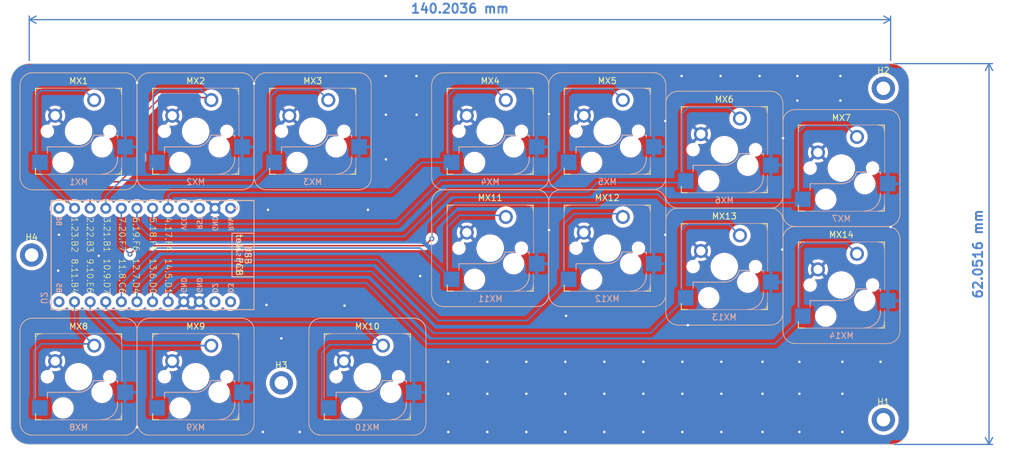
<source format=kicad_pcb>
(kicad_pcb (version 20221018) (generator pcbnew)
  (layers (0 "F.Cu" signal) (31 "B.Cu" signal) (34 "B.Paste" user) (35 "F.Paste" user) (36 "B.SilkS" user "B.Silkscreen") (37 "F.SilkS" user "F.Silkscreen") (38 "B.Mask" user) (39 "F.Mask" user) (44 "Edge.Cuts" user))
  (net 0 "")
  (net 1 "MX1")
  (net 2 "GND")
  (net 3 "MX2")
  (net 4 "MX3")
  (net 5 "MX4")
  (net 6 "MX5")
  (net 7 "MX7")
  (net 8 "MX8")
  (net 9 "MX9")
  (net 10 "MX10")
  (net 11 "MX11")
  (net 12 "MX12")
  (net 13 "MX13")
  (net 14 "MX14")
  (net 22 "MX6")
  (footprint "MountingHole:MountingHole_2.2mm_M2_DIN965_Pad" (layer "F.Cu") (at 78.359 74.168)
    (fp_text reference "H4" (at 0 -2.9) (layer "F.SilkS"))
    (fp_text value "MountingHole")
    (pad "1" thru_hole circle (at 0 0) (size 3.8 3.8) (drill 2.2) (layers "*.Cu" "*.Mask"))
  )
  (footprint "MountingHole:MountingHole_2.2mm_M2_DIN965_Pad" (layer "F.Cu") (at 217 47)
    (fp_text reference "H2" (at 0 -2.9) (layer "F.SilkS"))
    (fp_text value "MountingHole")
    (pad "1" thru_hole circle (at 0 0) (size 3.8 3.8) (drill 2.2) (layers "*.Cu" "*.Mask"))
  )
  (footprint "MountingHole:MountingHole_2.2mm_M2_DIN965_Pad" (layer "F.Cu") (at 119 95)
    (fp_text reference "H3" (at 0 -2.9) (layer "F.SilkS"))
    (fp_text value "MountingHole")
    (pad "1" thru_hole circle (at 0 0) (size 3.8 3.8) (drill 2.2) (layers "*.Cu" "*.Mask"))
  )
  (footprint "Fight Stick 2:MX_optional" (layer "F.Cu") (at 210.157835 79.050995)
    (fp_text reference "MX14" (at 0 -8.2) (layer "F.SilkS"))
    (fp_text value "MX_SW_HS")
    (fp_text user "${REFERENCE}" (at 0 8.25) (layer "B.SilkS") (effects (justify mirror)))
    (pad "" np_thru_hole circle (at -5.08 0) (size 1.7018 1.7018) (drill 1.7018) (layers "*.Cu" "*.Mask"))
    (pad "" np_thru_hole circle (at -2.54 5.08) (size 3 3) (drill 3) (layers "*.Cu" "*.Mask"))
    (pad "" np_thru_hole circle (at 0 0) (size 3.9878 3.9878) (drill 3.9878) (layers "*.Cu" "*.Mask"))
    (pad "" np_thru_hole circle (at 3.81 2.54) (size 3 3) (drill 3) (layers "*.Cu" "*.Mask"))
    (pad "" np_thru_hole circle (at 5.08 0) (size 1.7018 1.7018) (drill 1.7018) (layers "*.Cu" "*.Mask"))
    (pad "1" smd rect (at -6.29 5.08) (size 2.55 2.5) (layers "B.Cu" "B.Paste" "B.Mask") (net 14 "MX14"))
    (pad "1" thru_hole circle (at 2.54 -5.08) (size 2.286 2.286) (drill 1.4986) (layers "*.Cu" "*.Mask") (net 14 "MX14"))
    (pad "2" thru_hole circle (at -3.81 -2.54) (size 2.286 2.286) (drill 1.4986) (layers "*.Cu" "*.Mask") (net 2 "GND"))
    (pad "2" smd rect (at 7.56 2.54) (size 2.55 2.5) (layers "B.Cu" "B.Paste" "B.Mask") (net 2 "GND"))
  )
  (footprint "MountingHole:MountingHole_2.2mm_M2_DIN965_Pad" (layer "F.Cu") (at 217 101)
    (fp_text reference "H1" (at 0 -2.9) (layer "F.SilkS"))
    (fp_text value "MountingHole")
    (pad "1" thru_hole circle (at 0 0) (size 3.8 3.8) (drill 2.2) (layers "*.Cu" "*.Mask"))
  )
  (footprint "Fight Stick 2:MX_optional" (layer "F.Cu") (at 191.10569 57)
    (fp_text reference "MX6" (at 0 -8.2) (layer "F.SilkS"))
    (fp_text value "MX_SW_HS")
    (fp_text user "${REFERENCE}" (at 0 8.25) (layer "B.SilkS") (effects (justify mirror)))
    (pad "" np_thru_hole circle (at -5.08 0) (size 1.7018 1.7018) (drill 1.7018) (layers "*.Cu" "*.Mask"))
    (pad "" np_thru_hole circle (at -2.54 5.08) (size 3 3) (drill 3) (layers "*.Cu" "*.Mask"))
    (pad "" np_thru_hole circle (at 0 0) (size 3.9878 3.9878) (drill 3.9878) (layers "*.Cu" "*.Mask"))
    (pad "" np_thru_hole circle (at 3.81 2.54) (size 3 3) (drill 3) (layers "*.Cu" "*.Mask"))
    (pad "" np_thru_hole circle (at 5.08 0) (size 1.7018 1.7018) (drill 1.7018) (layers "*.Cu" "*.Mask"))
    (pad "1" smd rect (at -6.29 5.08) (size 2.55 2.5) (layers "B.Cu" "B.Paste" "B.Mask") (net 22 "MX6"))
    (pad "1" thru_hole circle (at 2.54 -5.08) (size 2.286 2.286) (drill 1.4986) (layers "*.Cu" "*.Mask") (net 22 "MX6"))
    (pad "2" thru_hole circle (at -3.81 -2.54) (size 2.286 2.286) (drill 1.4986) (layers "*.Cu" "*.Mask") (net 2 "GND"))
    (pad "2" smd rect (at 7.56 2.54) (size 2.55 2.5) (layers "B.Cu" "B.Paste" "B.Mask") (net 2 "GND"))
  )
  (footprint "Fight Stick 2:MX_optional" (layer "F.Cu") (at 172.053545 53.990872)
    (fp_text reference "MX5" (at 0 -8.2) (layer "F.SilkS"))
    (fp_text value "MX_SW_HS")
    (fp_text user "${REFERENCE}" (at 0 8.25) (layer "B.SilkS") (effects (justify mirror)))
    (pad "" np_thru_hole circle (at -5.08 0) (size 1.7018 1.7018) (drill 1.7018) (layers "*.Cu" "*.Mask"))
    (pad "" np_thru_hole circle (at -2.54 5.08) (size 3 3) (drill 3) (layers "*.Cu" "*.Mask"))
    (pad "" np_thru_hole circle (at 0 0) (size 3.9878 3.9878) (drill 3.9878) (layers "*.Cu" "*.Mask"))
    (pad "" np_thru_hole circle (at 3.81 2.54) (size 3 3) (drill 3) (layers "*.Cu" "*.Mask"))
    (pad "" np_thru_hole circle (at 5.08 0) (size 1.7018 1.7018) (drill 1.7018) (layers "*.Cu" "*.Mask"))
    (pad "1" smd rect (at -6.29 5.08) (size 2.55 2.5) (layers "B.Cu" "B.Paste" "B.Mask") (net 6 "MX5"))
    (pad "1" thru_hole circle (at 2.54 -5.08) (size 2.286 2.286) (drill 1.4986) (layers "*.Cu" "*.Mask") (net 6 "MX5"))
    (pad "2" thru_hole circle (at -3.81 -2.54) (size 2.286 2.286) (drill 1.4986) (layers "*.Cu" "*.Mask") (net 2 "GND"))
    (pad "2" smd rect (at 7.56 2.54) (size 2.55 2.5) (layers "B.Cu" "B.Paste" "B.Mask") (net 2 "GND"))
  )
  (footprint "Fight Stick 2:MX_optional" (layer "F.Cu") (at 210.157835 60)
    (fp_text reference "MX7" (at 0 -8.2) (layer "F.SilkS"))
    (fp_text value "MX_SW_HS")
    (fp_text user "${REFERENCE}" (at 0 8.25) (layer "B.SilkS") (effects (justify mirror)))
    (pad "" np_thru_hole circle (at -5.08 0) (size 1.7018 1.7018) (drill 1.7018) (layers "*.Cu" "*.Mask"))
    (pad "" np_thru_hole circle (at -2.54 5.08) (size 3 3) (drill 3) (layers "*.Cu" "*.Mask"))
    (pad "" np_thru_hole circle (at 0 0) (size 3.9878 3.9878) (drill 3.9878) (layers "*.Cu" "*.Mask"))
    (pad "" np_thru_hole circle (at 3.81 2.54) (size 3 3) (drill 3) (layers "*.Cu" "*.Mask"))
    (pad "" np_thru_hole circle (at 5.08 0) (size 1.7018 1.7018) (drill 1.7018) (layers "*.Cu" "*.Mask"))
    (pad "1" smd rect (at -6.29 5.08) (size 2.55 2.5) (layers "B.Cu" "B.Paste" "B.Mask") (net 7 "MX7"))
    (pad "1" thru_hole circle (at 2.54 -5.08) (size 2.286 2.286) (drill 1.4986) (layers "*.Cu" "*.Mask") (net 7 "MX7"))
    (pad "2" thru_hole circle (at -3.81 -2.54) (size 2.286 2.286) (drill 1.4986) (layers "*.Cu" "*.Mask") (net 2 "GND"))
    (pad "2" smd rect (at 7.56 2.54) (size 2.55 2.5) (layers "B.Cu" "B.Paste" "B.Mask") (net 2 "GND"))
  )
  (footprint "Fight Stick 2:MX_optional" (layer "F.Cu") (at 86 54)
    (fp_text reference "MX1" (at 0 -8.2) (layer "F.SilkS"))
    (fp_text value "MX_SW_HS")
    (fp_text user "${REFERENCE}" (at 0 8.25) (layer "B.SilkS") (effects (justify mirror)))
    (pad "" np_thru_hole circle (at -5.08 0) (size 1.7018 1.7018) (drill 1.7018) (layers "*.Cu" "*.Mask"))
    (pad "" np_thru_hole circle (at -2.54 5.08) (size 3 3) (drill 3) (layers "*.Cu" "*.Mask"))
    (pad "" np_thru_hole circle (at 0 0) (size 3.9878 3.9878) (drill 3.9878) (layers "*.Cu" "*.Mask"))
    (pad "" np_thru_hole circle (at 3.81 2.54) (size 3 3) (drill 3) (layers "*.Cu" "*.Mask"))
    (pad "" np_thru_hole circle (at 5.08 0) (size 1.7018 1.7018) (drill 1.7018) (layers "*.Cu" "*.Mask"))
    (pad "1" smd rect (at -6.29 5.08) (size 2.55 2.5) (layers "B.Cu" "B.Paste" "B.Mask") (net 1 "MX1"))
    (pad "1" thru_hole circle (at 2.54 -5.08) (size 2.286 2.286) (drill 1.4986) (layers "*.Cu" "*.Mask") (net 1 "MX1"))
    (pad "2" thru_hole circle (at -3.81 -2.54) (size 2.286 2.286) (drill 1.4986) (layers "*.Cu" "*.Mask") (net 2 "GND"))
    (pad "2" smd rect (at 7.56 2.54) (size 2.55 2.5) (layers "B.Cu" "B.Paste" "B.Mask") (net 2 "GND"))
  )
  (footprint "Fight Stick 2:MX_optional" (layer "F.Cu") (at 124.110687 54)
    (fp_text reference "MX3" (at 0 -8.2) (layer "F.SilkS"))
    (fp_text value "MX_SW_HS")
    (fp_text user "${REFERENCE}" (at 0 8.25) (layer "B.SilkS") (effects (justify mirror)))
    (pad "" np_thru_hole circle (at -5.08 0) (size 1.7018 1.7018) (drill 1.7018) (layers "*.Cu" "*.Mask"))
    (pad "" np_thru_hole circle (at -2.54 5.08) (size 3 3) (drill 3) (layers "*.Cu" "*.Mask"))
    (pad "" np_thru_hole circle (at 0 0) (size 3.9878 3.9878) (drill 3.9878) (layers "*.Cu" "*.Mask"))
    (pad "" np_thru_hole circle (at 3.81 2.54) (size 3 3) (drill 3) (layers "*.Cu" "*.Mask"))
    (pad "" np_thru_hole circle (at 5.08 0) (size 1.7018 1.7018) (drill 1.7018) (layers "*.Cu" "*.Mask"))
    (pad "1" smd rect (at -6.29 5.08) (size 2.55 2.5) (layers "B.Cu" "B.Paste" "B.Mask") (net 4 "MX3"))
    (pad "1" thru_hole circle (at 2.54 -5.08) (size 2.286 2.286) (drill 1.4986) (layers "*.Cu" "*.Mask") (net 4 "MX3"))
    (pad "2" thru_hole circle (at -3.81 -2.54) (size 2.286 2.286) (drill 1.4986) (layers "*.Cu" "*.Mask") (net 2 "GND"))
    (pad "2" smd rect (at 7.56 2.54) (size 2.55 2.5) (layers "B.Cu" "B.Paste" "B.Mask") (net 2 "GND"))
  )
  (footprint "Fight Stick 2:MX_optional" (layer "F.Cu") (at 153 73.043303)
    (fp_text reference "MX11" (at 0 -8.2) (layer "F.SilkS"))
    (fp_text value "MX_SW_HS")
    (fp_text user "${REFERENCE}" (at 0 8.25) (layer "B.SilkS") (effects (justify mirror)))
    (pad "" np_thru_hole circle (at -5.08 0) (size 1.7018 1.7018) (drill 1.7018) (layers "*.Cu" "*.Mask"))
    (pad "" np_thru_hole circle (at -2.54 5.08) (size 3 3) (drill 3) (layers "*.Cu" "*.Mask"))
    (pad "" np_thru_hole circle (at 0 0) (size 3.9878 3.9878) (drill 3.9878) (layers "*.Cu" "*.Mask"))
    (pad "" np_thru_hole circle (at 3.81 2.54) (size 3 3) (drill 3) (layers "*.Cu" "*.Mask"))
    (pad "" np_thru_hole circle (at 5.08 0) (size 1.7018 1.7018) (drill 1.7018) (layers "*.Cu" "*.Mask"))
    (pad "1" smd rect (at -6.29 5.08) (size 2.55 2.5) (layers "B.Cu" "B.Paste" "B.Mask") (net 11 "MX11"))
    (pad "1" thru_hole circle (at 2.54 -5.08) (size 2.286 2.286) (drill 1.4986) (layers "*.Cu" "*.Mask") (net 11 "MX11"))
    (pad "2" thru_hole circle (at -3.81 -2.54) (size 2.286 2.286) (drill 1.4986) (layers "*.Cu" "*.Mask") (net 2 "GND"))
    (pad "2" smd rect (at 7.56 2.54) (size 2.55 2.5) (layers "B.Cu" "B.Paste" "B.Mask") (net 2 "GND"))
  )
  (footprint "Fight Stick 2:MX_optional" (layer "F.Cu") (at 133 94)
    (fp_text reference "MX10" (at 0 -8.2) (layer "F.SilkS"))
    (fp_text value "MX_SW_HS")
    (fp_text user "${REFERENCE}" (at 0 8.25) (layer "B.SilkS") (effects (justify mirror)))
    (pad "" np_thru_hole circle (at -5.08 0) (size 1.7018 1.7018) (drill 1.7018) (layers "*.Cu" "*.Mask"))
    (pad "" np_thru_hole circle (at -2.54 5.08) (size 3 3) (drill 3) (layers "*.Cu" "*.Mask"))
    (pad "" np_thru_hole circle (at 0 0) (size 3.9878 3.9878) (drill 3.9878) (layers "*.Cu" "*.Mask"))
    (pad "" np_thru_hole circle (at 3.81 2.54) (size 3 3) (drill 3) (layers "*.Cu" "*.Mask"))
    (pad "" np_thru_hole circle (at 5.08 0) (size 1.7018 1.7018) (drill 1.7018) (layers "*.Cu" "*.Mask"))
    (pad "1" smd rect (at -6.29 5.08) (size 2.55 2.5) (layers "B.Cu" "B.Paste" "B.Mask") (net 10 "MX10"))
    (pad "1" thru_hole circle (at 2.54 -5.08) (size 2.286 2.286) (drill 1.4986) (layers "*.Cu" "*.Mask") (net 10 "MX10"))
    (pad "2" thru_hole circle (at -3.81 -2.54) (size 2.286 2.286) (drill 1.4986) (layers "*.Cu" "*.Mask") (net 2 "GND"))
    (pad "2" smd rect (at 7.56 2.54) (size 2.55 2.5) (layers "B.Cu" "B.Paste" "B.Mask") (net 2 "GND"))
  )
  (footprint "Fight Stick 2:MX_optional" (layer "F.Cu") (at 172.053545 73.043017)
    (fp_text reference "MX12" (at 0 -8.2) (layer "F.SilkS"))
    (fp_text value "MX_SW_HS")
    (fp_text user "${REFERENCE}" (at 0 8.25) (layer "B.SilkS") (effects (justify mirror)))
    (pad "" np_thru_hole circle (at -5.08 0) (size 1.7018 1.7018) (drill 1.7018) (layers "*.Cu" "*.Mask"))
    (pad "" np_thru_hole circle (at -2.54 5.08) (size 3 3) (drill 3) (layers "*.Cu" "*.Mask"))
    (pad "" np_thru_hole circle (at 0 0) (size 3.9878 3.9878) (drill 3.9878) (layers "*.Cu" "*.Mask"))
    (pad "" np_thru_hole circle (at 3.81 2.54) (size 3 3) (drill 3) (layers "*.Cu" "*.Mask"))
    (pad "" np_thru_hole circle (at 5.08 0) (size 1.7018 1.7018) (drill 1.7018) (layers "*.Cu" "*.Mask"))
    (pad "1" smd rect (at -6.29 5.08) (size 2.55 2.5) (layers "B.Cu" "B.Paste" "B.Mask") (net 12 "MX12"))
    (pad "1" thru_hole circle (at 2.54 -5.08) (size 2.286 2.286) (drill 1.4986) (layers "*.Cu" "*.Mask") (net 12 "MX12"))
    (pad "2" thru_hole circle (at -3.81 -2.54) (size 2.286 2.286) (drill 1.4986) (layers "*.Cu" "*.Mask") (net 2 "GND"))
    (pad "2" smd rect (at 7.56 2.54) (size 2.55 2.5) (layers "B.Cu" "B.Paste" "B.Mask") (net 2 "GND"))
  )
  (footprint "Fight Stick 2:MX_optional" (layer "F.Cu") (at 86 94)
    (fp_text reference "MX8" (at 0 -8.2) (layer "F.SilkS"))
    (fp_text value "MX_SW_HS")
    (fp_text user "${REFERENCE}" (at 0 8.25) (layer "B.SilkS") (effects (justify mirror)))
    (pad "" np_thru_hole circle (at -5.08 0) (size 1.7018 1.7018) (drill 1.7018) (layers "*.Cu" "*.Mask"))
    (pad "" np_thru_hole circle (at -2.54 5.08) (size 3 3) (drill 3) (layers "*.Cu" "*.Mask"))
    (pad "" np_thru_hole circle (at 0 0) (size 3.9878 3.9878) (drill 3.9878) (layers "*.Cu" "*.Mask"))
    (pad "" np_thru_hole circle (at 3.81 2.54) (size 3 3) (drill 3) (layers "*.Cu" "*.Mask"))
    (pad "" np_thru_hole circle (at 5.08 0) (size 1.7018 1.7018) (drill 1.7018) (layers "*.Cu" "*.Mask"))
    (pad "1" smd rect (at -6.29 5.08) (size 2.55 2.5) (layers "B.Cu" "B.Paste" "B.Mask") (net 8 "MX8"))
    (pad "1" thru_hole circle (at 2.54 -5.08) (size 2.286 2.286) (drill 1.4986) (layers "*.Cu" "*.Mask") (net 8 "MX8"))
    (pad "2" thru_hole circle (at -3.81 -2.54) (size 2.286 2.286) (drill 1.4986) (layers "*.Cu" "*.Mask") (net 2 "GND"))
    (pad "2" smd rect (at 7.56 2.54) (size 2.55 2.5) (layers "B.Cu" "B.Paste" "B.Mask") (net 2 "GND"))
  )
  (footprint "Fight Stick 2:MX_optional" (layer "F.Cu") (at 105.058542 94)
    (fp_text reference "MX9" (at 0 -8.2) (layer "F.SilkS"))
    (fp_text value "MX_SW_HS")
    (fp_text user "${REFERENCE}" (at 0 8.25) (layer "B.SilkS") (effects (justify mirror)))
    (pad "" np_thru_hole circle (at -5.08 0) (size 1.7018 1.7018) (drill 1.7018) (layers "*.Cu" "*.Mask"))
    (pad "" np_thru_hole circle (at -2.54 5.08) (size 3 3) (drill 3) (layers "*.Cu" "*.Mask"))
    (pad "" np_thru_hole circle (at 0 0) (size 3.9878 3.9878) (drill 3.9878) (layers "*.Cu" "*.Mask"))
    (pad "" np_thru_hole circle (at 3.81 2.54) (size 3 3) (drill 3) (layers "*.Cu" "*.Mask"))
    (pad "" np_thru_hole circle (at 5.08 0) (size 1.7018 1.7018) (drill 1.7018) (layers "*.Cu" "*.Mask"))
    (pad "1" smd rect (at -6.29 5.08) (size 2.55 2.5) (layers "B.Cu" "B.Paste" "B.Mask") (net 9 "MX9"))
    (pad "1" thru_hole circle (at 2.54 -5.08) (size 2.286 2.286) (drill 1.4986) (layers "*.Cu" "*.Mask") (net 9 "MX9"))
    (pad "2" thru_hole circle (at -3.81 -2.54) (size 2.286 2.286) (drill 1.4986) (layers "*.Cu" "*.Mask") (net 2 "GND"))
    (pad "2" smd rect (at 7.56 2.54) (size 2.55 2.5) (layers "B.Cu" "B.Paste" "B.Mask") (net 2 "GND"))
  )
  (footprint "Fight Stick 2:MX_optional" (layer "F.Cu") (at 105.058542 54)
    (fp_text reference "MX2" (at 0 -8.2) (layer "F.SilkS"))
    (fp_text value "MX_SW_HS")
    (fp_text user "${REFERENCE}" (at 0 8.25) (layer "B.SilkS") (effects (justify mirror)))
    (pad "" np_thru_hole circle (at -5.08 0) (size 1.7018 1.7018) (drill 1.7018) (layers "*.Cu" "*.Mask"))
    (pad "" np_thru_hole circle (at -2.54 5.08) (size 3 3) (drill 3) (layers "*.Cu" "*.Mask"))
    (pad "" np_thru_hole circle (at 0 0) (size 3.9878 3.9878) (drill 3.9878) (layers "*.Cu" "*.Mask"))
    (pad "" np_thru_hole circle (at 3.81 2.54) (size 3 3) (drill 3) (layers "*.Cu" "*.Mask"))
    (pad "" np_thru_hole circle (at 5.08 0) (size 1.7018 1.7018) (drill 1.7018) (layers "*.Cu" "*.Mask"))
    (pad "1" smd rect (at -6.29 5.08) (size 2.55 2.5) (layers "B.Cu" "B.Paste" "B.Mask") (net 3 "MX2"))
    (pad "1" thru_hole circle (at 2.54 -5.08) (size 2.286 2.286) (drill 1.4986) (layers "*.Cu" "*.Mask") (net 3 "MX2"))
    (pad "2" thru_hole circle (at -3.81 -2.54) (size 2.286 2.286) (drill 1.4986) (layers "*.Cu" "*.Mask") (net 2 "GND"))
    (pad "2" smd rect (at 7.56 2.54) (size 2.55 2.5) (layers "B.Cu" "B.Paste" "B.Mask") (net 2 "GND"))
  )
  (footprint "Fight Stick 2:MX_optional" (layer "F.Cu") (at 153 54)
    (fp_text reference "MX4" (at 0 -8.2) (layer "F.SilkS"))
    (fp_text value "MX_SW_HS")
    (fp_text user "${REFERENCE}" (at 0 8.25) (layer "B.SilkS") (effects (justify mirror)))
    (pad "" np_thru_hole circle (at -5.08 0) (size 1.7018 1.7018) (drill 1.7018) (layers "*.Cu" "*.Mask"))
    (pad "" np_thru_hole circle (at -2.54 5.08) (size 3 3) (drill 3) (layers "*.Cu" "*.Mask"))
    (pad "" np_thru_hole circle (at 0 0) (size 3.9878 3.9878) (drill 3.9878) (layers "*.Cu" "*.Mask"))
    (pad "" np_thru_hole circle (at 3.81 2.54) (size 3 3) (drill 3) (layers "*.Cu" "*.Mask"))
    (pad "" np_thru_hole circle (at 5.08 0) (size 1.7018 1.7018) (drill 1.7018) (layers "*.Cu" "*.Mask"))
    (pad "1" smd rect (at -6.29 5.08) (size 2.55 2.5) (layers "B.Cu" "B.Paste" "B.Mask") (net 5 "MX4"))
    (pad "1" thru_hole circle (at 2.54 -5.08) (size 2.286 2.286) (drill 1.4986) (layers "*.Cu" "*.Mask") (net 5 "MX4"))
    (pad "2" thru_hole circle (at -3.81 -2.54) (size 2.286 2.286) (drill 1.4986) (layers "*.Cu" "*.Mask") (net 2 "GND"))
    (pad "2" smd rect (at 7.56 2.54) (size 2.55 2.5) (layers "B.Cu" "B.Paste" "B.Mask") (net 2 "GND"))
  )
  (footprint "Fight Stick 2:MX_optional" (layer "F.Cu") (at 191.10569 76.047006)
    (fp_text reference "MX13" (at 0 -8.2) (layer "F.SilkS"))
    (fp_text value "MX_SW_HS")
    (fp_text user "${REFERENCE}" (at 0 8.25) (layer "B.SilkS") (effects (justify mirror)))
    (pad "" np_thru_hole circle (at -5.08 0) (size 1.7018 1.7018) (drill 1.7018) (layers "*.Cu" "*.Mask"))
    (pad "" np_thru_hole circle (at -2.54 5.08) (size 3 3) (drill 3) (layers "*.Cu" "*.Mask"))
    (pad "" np_thru_hole circle (at 0 0) (size 3.9878 3.9878) (drill 3.9878) (layers "*.Cu" "*.Mask"))
    (pad "" np_thru_hole circle (at 3.81 2.54) (size 3 3) (drill 3) (layers "*.Cu" "*.Mask"))
    (pad "" np_thru_hole circle (at 5.08 0) (size 1.7018 1.7018) (drill 1.7018) (layers "*.Cu" "*.Mask"))
    (pad "1" smd rect (at -6.29 5.08) (size 2.55 2.5) (layers "B.Cu" "B.Paste" "B.Mask") (net 13 "MX13"))
    (pad "1" thru_hole circle (at 2.54 -5.08) (size 2.286 2.286) (drill 1.4986) (layers "*.Cu" "*.Mask") (net 13 "MX13"))
    (pad "2" thru_hole circle (at -3.81 -2.54) (size 2.286 2.286) (drill 1.4986) (layers "*.Cu" "*.Mask") (net 2 "GND"))
    (pad "2" smd rect (at 7.56 2.54) (size 2.55 2.5) (layers "B.Cu" "B.Paste" "B.Mask") (net 2 "GND"))
  )
  (footprint "PCM_marbastlib-xp-promicroish:ProMicro_Reversible_Single" (layer "B.Cu") (at 96.774 74.168 90)
    (fp_text reference "U2" (at -7 -16.4 270 unlocked) (layer "B.SilkS") (effects (justify mirror)))
    (fp_text value "ProMicro")
    (fp_text user "RAW" (at 6.42 13.97 270 unlocked) (layer "B.SilkS") (effects (font (size 0.8 0.8)) (justify right mirror)))
    (fp_text user "B5" (at -6.22 -13.97 270 unlocked) (layer "B.SilkS") (effects (font (size 0.8 0.8)) (justify left mirror)))
    (fp_text user "RST" (at 6.42 8.89 270 unlocked) (layer "B.SilkS") (effects (font (size 0.8 0.8)) (justify right mirror)))
    (fp_text user "D2" (at -6.22 11.43 270 unlocked) (layer "B.SilkS") (effects (font (size 0.8 0.8)) (justify left mirror)))
    (fp_text user "1" (at 7.62 15.17 270) (layer "B.SilkS") (effects (justify bottom mirror)))
    (fp_text user "B6" (at 6.42 -13.97 270 unlocked) (layer "B.SilkS") (effects (font (size 0.8 0.8)) (justify right mirror)))
    (fp_text user "D3" (at -6.22 13.97 270 unlocked) (layer "B.SilkS") (effects (font (size 0.8 0.8)) (justify left mirror)))
    (fp_text user "VCC" (at 6.42 6.35 270 unlocked) (layer "B.SilkS") (effects (font (size 0.8 0.8)) (justify right mirror)))
    (fp_text user "GND" (at -6.2 8.89 270 unlocked) (layer "B.SilkS") (effects (font (size 0.8 0.8)) (justify left mirror)))
    (fp_text user "GND" (at 6.42 11.43 270 unlocked) (layer "B.SilkS") (effects (font (size 0.8 0.8)) (justify right mirror)))
    (fp_text user "GND" (at -6.2 6.35 270 unlocked) (layer "B.SilkS") (effects (font (size 0.8 0.8)) (justify left mirror)))
    (fp_text user "topside" (at 0 14.8 270 unlocked) (layer "B.SilkS") (effects (justify bottom mirror)))
    (fp_text user "USB" (at 0 16.2 270 unlocked) (layer "B.SilkS") (effects (justify bottom mirror)))
    (fp_text user "1.23.B2" (at 6.25 -12 270 unlocked) (layer "F.SilkS") (effects (font (thickness 0.1)) (justify left bottom)))
    (fp_text user "6.19.F6" (at 6.25 -2 270 unlocked) (layer "F.SilkS") (effects (font (thickness 0.1)) (justify left bottom)))
    (fp_text user "12.7.D4" (at -0.5 -2 270 unlocked) (layer "F.SilkS") (effects (font (thickness 0.1)) (justify left bottom)))
    (fp_text user "14.5.D1" (at -0.5 3.25 270 unlocked) (layer "F.SilkS") (effects (font (thickness 0.1)) (justify left bottom)))
    (fp_text user "tow. PCB" (at 0 14.8 270 unlocked) (layer "F.SilkS") (effects (justify bottom)))
    (fp_text user "10.9.D7" (at -0.5 -6.75 270 unlocked) (layer "F.SilkS") (effects (font (thickness 0.1)) (justify left bottom)))
    (fp_text user "11.8.C6" (at -0.5 -4.25 270 unlocked) (layer "F.SilkS") (effects (font (thickness 0.1)) (justify left bottom)))
    (fp_text user "5.18.F5" (at 6.25 0.75 270 unlocked) (layer "F.SilkS") (effects (font (thickness 0.1)) (justify left bottom)))
    (fp_text user "3.21.B1" (at 6.25 -6.75 270 unlocked) (layer "F.SilkS") (effects (font (thickness 0.1)) (justify left bottom)))
    (fp_text user "2.22.B3" (at 6.25 -9.5 270 unlocked) (layer "F.SilkS") (effects (font (thickness 0.1)) (justify left bottom)))
    (fp_text user "13.6.D0" (at -0.5 0.75 270 unlocked) (layer "F.SilkS") (effects (font (thickness 0.1)) (justify left bottom)))
    (fp_text user "7.20.F7" (at 6.25 -4.25 270 unlocked) (layer "F.SilkS") (effects (font (thickness 0.1)) (justify left bottom)))
    (fp_text user "USB" (at 0 16.2 270 unlocked) (layer "F.SilkS") (effects (justify bottom)))
    (fp_text user "8.11.B4" (at -0.5 -12 270 unlocked) (layer "F.SilkS") (effects (font (thickness 0.1)) (justify left bottom)))
    (fp_text user "9.10.E6" (at -0.5 -9.5 270 unlocked) (layer "F.SilkS") (effects (font (thickness 0.1)) (justify left bottom)))
    (fp_text user "4.17.F4" (at 6.25 3.25 270 unlocked) (layer "F.SilkS") (effects (font (thickness 0.1)) (justify left bottom)))
    (pad "1" thru_hole circle (at -7.62 13.97 90) (size 1.8 1.8) (drill 1) (layers "*.Cu" "*.Mask"))
    (pad "2" thru_hole circle (at -7.62 11.43 90) (size 1.8 1.8) (drill 1) (layers "*.Cu" "*.Mask"))
    (pad "3" thru_hole circle (at -7.62 8.89 90) (size 1.8 1.8) (drill 1) (layers "*.Cu" "*.Mask") (net 2 "GND"))
    (pad "4" thru_hole circle (at -7.62 6.35 90) (size 1.8 1.8) (drill 1) (layers "*.Cu" "*.Mask") (net 2 "GND"))
    (pad "5" thru_hole circle (at -7.62 3.81 90) (size 1.8 1.8) (drill 1) (layers "*.Cu" "*.Mask") (net 14 "MX14"))
    (pad "6" thru_hole circle (at -7.62 1.27 90) (size 1.8 1.8) (drill 1) (layers "*.Cu" "*.Mask") (net 13 "MX13"))
    (pad "7" thru_hole circle (at -7.62 -1.27 90) (size 1.8 1.8) (drill 1) (layers "*.Cu" "*.Mask") (net 12 "MX12"))
    (pad "8" thru_hole circle (at -7.62 -3.81 90) (size 1.8 1.8) (drill 1) (layers "*.Cu" "*.Mask") (net 11 "MX11"))
    (pad "9" thru_hole circle (at -7.62 -6.35 90) (size 1.8 1.8) (drill 1) (layers "*.Cu" "*.Mask") (net 10 "MX10"))
    (pad "10" thru_hole circle (at -7.62 -8.89 90) (size 1.8 1.8) (drill 1) (layers "*.Cu" "*.Mask") (net 9 "MX9"))
    (pad "11" thru_hole circle (at -7.62 -11.43 90) (size 1.8 1.8) (drill 1) (layers "*.Cu" "*.Mask") (net 8 "MX8"))
    (pad "12" thru_hole circle (at -7.62 -13.97 90) (size 1.8 1.8) (drill 1) (layers "*.Cu" "*.Mask"))
    (pad "13" thru_hole circle (at 7.62 13.97 90) (size 1.8 1.8) (drill 1) (layers "*.Cu" "*.Mask"))
    (pad "14" thru_hole circle (at 7.62 11.43 90) (size 1.8 1.8) (drill 1) (layers "*.Cu" "*.Mask") (net 2 "GND"))
    (pad "15" thru_hole circle (at 7.62 8.89 90) (size 1.8 1.8) (drill 1) (layers "*.Cu" "*.Mask"))
    (pad "16" thru_hole circle (at 7.62 6.35 90) (size 1.8 1.8) (drill 1) (layers "*.Cu" "*.Mask"))
    (pad "17" thru_hole circle (at 7.62 3.81 90) (size 1.8 1.8) (drill 1) (layers "*.Cu" "*.Mask") (net 5 "MX4"))
    (pad "18" thru_hole circle (at 7.62 1.27 90) (size 1.8 1.8) (drill 1) (layers "*.Cu" "*.Mask") (net 6 "MX5"))
    (pad "19" thru_hole circle (at 7.62 -1.27 90) (size 1.8 1.8) (drill 1) (layers "*.Cu" "*.Mask") (net 22 "MX6"))
    (pad "20" thru_hole circle (at 7.62 -3.81 90) (size 1.8 1.8) (drill 1) (layers "*.Cu" "*.Mask") (net 7 "MX7"))
    (pad "21" thru_hole circle (at 7.62 -6.35 90) (size 1.8 1.8) (drill 1) (layers "*.Cu" "*.Mask") (net 4 "MX3"))
    (pad "22" thru_hole circle (at 7.62 -8.89 90) (size 1.8 1.8) (drill 1) (layers "*.Cu" "*.Mask") (net 3 "MX2"))
    (pad "23" thru_hole circle (at 7.62 -11.43 90) (size 1.8 1.8) (drill 1) (layers "*.Cu" "*.Mask") (net 1 "MX1"))
    (pad "24" thru_hole circle (at 7.62 -13.97 90) (size 1.8 1.8) (drill 1) (layers "*.Cu" "*.Mask"))
  )
  (gr_arc (start 77.970673 105.026735) (mid 75.849358 104.148048) (end 74.970673 102.026735) (stroke (width 0.1)) (layer "Edge.Cuts"))
  (gr_line (start 218.174256 105.026735) (end 77.970673 105.026735) (stroke (width 0.1)) (layer "Edge.Cuts"))
  (gr_arc (start 218.174256 42.975166) (mid 220.295576 43.853846) (end 221.174256 45.975166) (stroke (width 0.1)) (layer "Edge.Cuts"))
  (gr_line (start 221.174256 45.975166) (end 221.174256 102.026735) (stroke (width 0.1)) (layer "Edge.Cuts"))
  (gr_arc (start 74.970673 45.975166) (mid 75.849353 43.853846) (end 77.970673 42.975166) (stroke (width 0.1)) (layer "Edge.Cuts"))
  (gr_line (start 74.970673 102.026735) (end 74.970673 45.975166) (stroke (width 0.1)) (layer "Edge.Cuts"))
  (gr_line (start 77.970673 42.975166) (end 218.174256 42.975166) (stroke (width 0.1)) (layer "Edge.Cuts"))
  (gr_arc (start 221.174256 102.026735) (mid 220.295561 104.148017) (end 218.174256 105.026735) (stroke (width 0.1)) (layer "Edge.Cuts"))
  (dimension (type orthogonal) (layer "B.Cu") (pts (xy 218.174256 42.975166) (xy 218.174256 105.026735)) (height 16.013744) (orientation 1) (gr_text "62.0516 mm" (at 232.388 74.000951 90) (layer "B.Cu") (effects (font (size 1.5 1.5) (thickness 0.3)))) (format (prefix "") (suffix "") (units 3) (units_format 1) (precision 4)) (style (thickness 0.2) (arrow_length 1.27) (text_position_mode 0) (extension_height 0.58642) (extension_offset 0.5) keep_text_aligned))
  (dimension (type orthogonal) (layer "B.Cu") (pts (xy 218.174256 42.975166) (xy 77.970673 42.975166)) (height -7.161166) (orientation 0) (gr_text "140.2036 mm" (at 148.072464 34.014) (layer "B.Cu") (effects (font (size 1.5 1.5) (thickness 0.3)))) (format (prefix "") (suffix "") (units 3) (units_format 1) (precision 4)) (style (thickness 0.2) (arrow_length 1.27) (text_position_mode 0) (extension_height 0.58642) (extension_offset 0.5) keep_text_aligned))
  (segment (start 85.344 66.548) (end 79.71 60.914) (width 0.25) (layer "B.Cu") (net 1))
  (segment (start 79.248 48.006) (end 79.883 47.371) (width 0.25) (layer "B.Cu") (net 1))
  (segment (start 79.883 47.371) (end 86.991 47.371) (width 0.25) (layer "B.Cu") (net 1))
  (segment (start 86.991 47.371) (end 88.54 48.92) (width 0.25) (layer "B.Cu") (net 1))
  (segment (start 79.71 59.08) (end 79.248 58.618) (width 0.25) (layer "B.Cu") (net 1))
  (segment (start 79.71 60.914) (end 79.71 59.08) (width 0.25) (layer "B.Cu") (net 1))
  (segment (start 79.248 58.618) (end 79.248 48.006) (width 0.25) (layer "B.Cu") (net 1))
  (via (at 185.166 85.598) (size 0.8) (drill 0.4) (layers "F.Cu" "B.Cu") (net 2))
  (via (at 95.504 46.101) (size 0.8) (drill 0.4) (layers "F.Cu" "B.Cu") (net 2))
  (via (at 210.327 102.997) (size 0.8) (drill 0.4) (layers "F.Cu" "B.Cu") (net 2))
  (via (at 158.877 102.997) (size 0.8) (drill 0.4) (layers "F.Cu" "B.Cu") (net 2))
  (via (at 181.483 52.324) (size 0.8) (drill 0.4) (layers "F.Cu" "B.Cu") (net 2))
  (via (at 177.927 91.567) (size 0.8) (drill 0.4) (layers "F.Cu" "B.Cu") (net 2))
  (via (at 141.0208 51.308) (size 0.8) (drill 0.4) (layers "F.Cu" "B.Cu") (net 2))
  (via (at 95.504 102.235) (size 0.8) (drill 0.4) (layers "F.Cu" "B.Cu") (net 2))
  (via (at 181.483 70.866) (size 0.8) (drill 0.4) (layers "F.Cu" "B.Cu") (net 2))
  (via (at 146.177 96.774) (size 0.8) (drill 0.4) (layers "F.Cu" "B.Cu") (net 2))
  (via (at 203 49) (size 0.8) (drill 0.4) (layers "F.Cu" "B.Cu") (net 2))
  (via (at 184.15 45) (size 0.8) (drill 0.4) (layers "F.Cu" "B.Cu") (net 2))
  (via (at 152.527 96.774) (size 0.8) (drill 0.4) (layers "F.Cu" "B.Cu") (net 2))
  (via (at 165.227 91.567) (size 0.8) (drill 0.4) (layers "F.Cu" "B.Cu") (net 2))
  (via (at 116 103) (size 0.8) (drill 0.4) (layers "F.Cu" "B.Cu") (net 2))
  (via (at 146.177 102.997) (size 0.8) (drill 0.4) (layers "F.Cu" "B.Cu") (net 2))
  (via (at 190.627 102.997) (size 0.8) (drill 0.4) (layers "F.Cu" "B.Cu") (net 2))
  (via (at 146.177 91.567) (size 0.8) (drill 0.4) (layers "F.Cu" "B.Cu") (net 2))
  (via (at 203.327 91.567) (size 0.8) (drill 0.4) (layers "F.Cu" "B.Cu") (net 2))
  (via (at 190.5 45) (size 0.8) (drill 0.4) (layers "F.Cu" "B.Cu") (net 2))
  (via (at 197.327 96.774) (size 0.8) (drill 0.4) (layers "F.Cu" "B.Cu") (net 2))
  (via (at 184.277 91.567) (size 0.8) (drill 0.4) (layers "F.Cu" "B.Cu") (net 2))
  (via (at 203.327 102.997) (size 0.8) (drill 0.4) (layers "F.Cu" "B.Cu") (net 2))
  (via (at 158.877 91.567) (size 0.8) (drill 0.4) (layers "F.Cu" "B.Cu") (net 2))
  (via (at 141.605 77.597) (size 0.8) (drill 0.4) (layers "F.Cu" "B.Cu") (net 2))
  (via (at 141 45) (size 0.8) (drill 0.4) (layers "F.Cu" "B.Cu") (net 2))
  (via (at 197.327 91.567) (size 0.8) (drill 0.4) (layers "F.Cu" "B.Cu") (net 2))
  (via (at 171.577 91.567) (size 0.8) (drill 0.4) (layers "F.Cu" "B.Cu") (net 2))
  (via (at 116.586 82.296) (size 0.8) (drill 0.4) (layers "F.Cu" "B.Cu") (net 2))
  (via (at 129.286 82.423) (size 0.8) (drill 0.4) (layers "F.Cu" "B.Cu") (net 2))
  (via (at 165.227 102.997) (size 0.8) (drill 0.4) (layers "F.Cu" "B.Cu") (net 2))
  (via (at 136.0208 51.308) (size 0.8) (drill 0.4) (layers "F.Cu" "B.Cu") (net 2))
  (via (at 200.533 73.279) (size 0.8) (drill 0.4) (layers "F.Cu" "B.Cu") (net 2))
  (via (at 165.227 96.774) (size 0.8) (drill 0.4) (layers "F.Cu" "B.Cu") (net 2))
  (via (at 89.281 74.295) (size 0.8) (drill 0.4) (layers "F.Cu" "B.Cu") (net 2))
  (via (at 118.999 87.757) (size 0.8) (drill 0.4) (layers "F.Cu" "B.Cu") (net 2))
  (via (at 162.56 70.104) (size 0.8) (drill 0.4) (layers "F.Cu" "B.Cu") (net 2))
  (via (at 82.804 70.866) (size 0.8) (drill 0.4) (layers "F.Cu" "B.Cu") (net 2))
  (via (at 162.56 51.181) (size 0.8) (drill 0.4) (layers "F.Cu" "B.Cu") (net 2))
  (via (at 196.85 45) (size 0.8) (drill 0.4) (layers "F.Cu" "B.Cu") (net 2))
  (via (at 184.277 102.997) (size 0.8) (drill 0.4) (layers "F.Cu" "B.Cu") (net 2))
  (via (at 190.627 91.567) (size 0.8) (drill 0.4) (layers "F.Cu" "B.Cu") (net 2))
  (via (at 136.0208 58.5724) (size 0.8) (drill 0.4) (layers "F.Cu" "B.Cu") (net 2))
  (via (at 171.577 96.774) (size 0.8) (drill 0.4) (layers "F.Cu" "B.Cu") (net 2))
  (via (at 152.527 102.997) (size 0.8) (drill 0.4) (layers "F.Cu" "B.Cu") (net 2))
  (via (at 165.354 84.074) (size 0.8) (drill 0.4) (layers "F.Cu" "B.Cu") (net 2))
  (via (at 177.927 102.997) (size 0.8) (drill 0.4) (layers "F.Cu" "B.Cu") (net 2))
  (via (at 190.627 96.774) (size 0.8) (drill 0.4) (layers "F.Cu" "B.Cu") (net 2))
  (via (at 171.577 102.997) (size 0.8) (drill 0.4) (layers "F.Cu" "B.Cu") (net 2))
  (via (at 203 45) (size 0.8) (drill 0.4) (layers "F.Cu" "B.Cu") (net 2))
  (via (at 210.327 91.567) (size 0.8) (drill 0.4) (layers "F.Cu" "B.Cu") (net 2))
  (via (at 116.84 66.802) (size 0.8) (drill 0.4) (layers "F.Cu" "B.Cu") (net 2))
  (via (at 216.535 91.567) (size 0.8) (drill 0.4) (layers "F.Cu" "B.Cu") (net 2))
  (via (at 210.327 96.774) (size 0.8) (drill 0.4) (layers "F.Cu" "B.Cu") (net 2))
  (via (at 197.327 102.997) (size 0.8) (drill 0.4) (layers "F.Cu" "B.Cu") (net 2))
  (via (at 136 45) (size 0.8) (drill 0.4) (layers "F.Cu" "B.Cu") (net 2))
  (via (at 82.677 76.708) (size 0.8) (drill 0.4) (layers "F.Cu" "B.Cu") (net 2))
  (via (at 152.527 91.567) (size 0.8) (drill 0.4) (layers "F.Cu" "B.Cu") (net 2))
  (via (at 218.186 69.596) (size 0.8) (drill 0.4) (layers "F.Cu" "B.Cu") (net 2))
  (via (at 210 49) (size 0.8) (drill 0.4) (layers "F.Cu" "B.Cu") (net 2))
  (via (at 122 103) (size 0.8) (drill 0.4) (layers "F.Cu" "B.Cu") (net 2))
  (via (at 184.277 96.774) (size 0.8) (drill 0.4) (layers "F.Cu" "B.Cu") (net 2))
  (via (at 114.554 46.228) (size 0.8) (drill 0.4) (layers "F.Cu" "B.Cu") (net 2))
  (via (at 133.096 66.802) (size 0.8) (drill 0.4) (layers "F.Cu" "B.Cu") (net 2))
  (via (at 158.877 96.774) (size 0.8) (drill 0.4) (layers "F.Cu" "B.Cu") (net 2))
  (via (at 210 45) (size 0.8) (drill 0.4) (layers "F.Cu" "B.Cu") (net 2))
  (via (at 200.66 55.118) (size 0.8) (drill 0.4) (layers "F.Cu" "B.Cu") (net 2))
  (via (at 177.927 96.774) (size 0.8) (drill 0.4) (layers "F.Cu" "B.Cu") (net 2))
  (via (at 203.327 96.774) (size 0.8) (drill 0.4) (layers "F.Cu" "B.Cu") (net 2))
  (segment (start 87.884 63.754) (end 89.408 62.23) (width 0.25) (layer "F.Cu") (net 3))
  (segment (start 96.266 51.562) (end 99.314 48.514) (width 0.25) (layer "F.Cu") (net 3))
  (segment (start 87.884 66.548) (end 87.884 63.754) (width 0.25) (layer "F.Cu") (net 3))
  (segment (start 89.408 62.23) (end 92.71 62.23) (width 0.25) (layer "F.Cu") (net 3))
  (segment (start 92.71 62.23) (end 96.266 58.674) (width 0.25) (layer "F.Cu") (net 3))
  (segment (start 107.192542 48.514) (end 107.598542 48.92) (width 0.25) (layer "F.Cu") (net 3))
  (segment (start 99.314 48.514) (end 107.192542 48.514) (width 0.25) (layer "F.Cu") (net 3))
  (segment (start 96.266 58.674) (end 96.266 51.562) (width 0.25) (layer "F.Cu") (net 3))
  (segment (start 99.187 47.117) (end 105.795542 47.117) (width 0.25) (layer "B.Cu") (net 3))
  (segment (start 98.171 48.133) (end 99.187 47.117) (width 0.25) (layer "B.Cu") (net 3))
  (segment (start 105.795542 47.117) (end 107.598542 48.92) (width 0.25) (layer "B.Cu") (net 3))
  (segment (start 98.171 58.482458) (end 98.171 48.133) (width 0.25) (layer "B.Cu") (net 3))
  (segment (start 98.768542 59.08) (end 98.171 58.482458) (width 0.25) (layer "B.Cu") (net 3))
  (segment (start 92.964 61.976) (end 114.924687 61.976) (width 0.25) (layer "B.Cu") (net 4))
  (segment (start 117.820687 59.08) (end 117.348 58.607313) (width 0.25) (layer "B.Cu") (net 4))
  (segment (start 90.424 66.548) (end 90.424 64.516) (width 0.25) (layer "B.Cu") (net 4))
  (segment (start 114.924687 61.976) (end 117.820687 59.08) (width 0.25) (layer "B.Cu") (net 4))
  (segment (start 124.974687 47.244) (end 126.650687 48.92) (width 0.25) (layer "B.Cu") (net 4))
  (segment (start 117.348 48.26) (end 118.364 47.244) (width 0.25) (layer "B.Cu") (net 4))
  (segment (start 118.364 47.244) (end 124.974687 47.244) (width 0.25) (layer "B.Cu") (net 4))
  (segment (start 117.348 58.607313) (end 117.348 48.26) (width 0.25) (layer "B.Cu") (net 4))
  (segment (start 90.424 64.516) (end 92.964 61.976) (width 0.25) (layer "B.Cu") (net 4))
  (segment (start 146.71 59.08) (end 146.177 58.547) (width 0.25) (layer "B.Cu") (net 5))
  (segment (start 141.834 59.08) (end 146.71 59.08) (width 0.25) (layer "B.Cu") (net 5))
  (segment (start 153.737 47.117) (end 155.54 48.92) (width 0.25) (layer "B.Cu") (net 5))
  (segment (start 101.092 64.008) (end 136.906 64.008) (width 0.25) (layer "B.Cu") (net 5))
  (segment (start 146.177 48.26) (end 147.32 47.117) (width 0.25) (layer "B.Cu") (net 5))
  (segment (start 100.584 64.516) (end 101.092 64.008) (width 0.25) (layer "B.Cu") (net 5))
  (segment (start 147.32 47.117) (end 153.737 47.117) (width 0.25) (layer "B.Cu") (net 5))
  (segment (start 136.906 64.008) (end 141.834 59.08) (width 0.25) (layer "B.Cu") (net 5))
  (segment (start 146.177 58.547) (end 146.177 48.26) (width 0.25) (layer "B.Cu") (net 5))
  (segment (start 100.584 66.548) (end 100.584 64.516) (width 0.25) (layer "B.Cu") (net 5))
  (segment (start 166.116 47.117) (end 172.799673 47.117) (width 0.25) (layer "B.Cu") (net 6))
  (segment (start 165.763545 59.070872) (end 165.1 58.407327) (width 0.25) (layer "B.Cu") (net 6))
  (segment (start 98.044 68.326) (end 98.806 69.088) (width 0.25) (layer "B.Cu") (net 6))
  (segment (start 137.904082 69.088) (end 145.016082 61.976) (width 0.25) (layer "B.Cu") (net 6))
  (segment (start 98.044 66.548) (end 98.044 68.326) (width 0.25) (layer "B.Cu") (net 6))
  (segment (start 165.1 48.133) (end 166.116 47.117) (width 0.25) (layer "B.Cu") (net 6))
  (segment (start 165.1 58.407327) (end 165.1 48.133) (width 0.25) (layer "B.Cu") (net 6))
  (segment (start 162.858417 61.976) (end 165.763545 59.070872) (width 0.25) (layer "B.Cu") (net 6))
  (segment (start 98.806 69.088) (end 137.904082 69.088) (width 0.25) (layer "B.Cu") (net 6))
  (segment (start 145.016082 61.976) (end 162.858417 61.976) (width 0.25) (layer "B.Cu") (net 6))
  (segment (start 172.799673 47.117) (end 174.593545 48.910872) (width 0.25) (layer "B.Cu") (net 6))
  (segment (start 142.367 72.644) (end 143.51 71.501) (width 0.25) (layer "F.Cu") (net 7))
  (segment (start 94.361 74.041) (end 95.758 72.644) (width 0.25) (layer "F.Cu") (net 7))
  (segment (start 95.758 72.644) (end 142.367 72.644) (width 0.25) (layer "F.Cu") (net 7))
  (via (at 94.361 74.041) (size 0.8) (drill 0.4) (layers "F.Cu" "B.Cu") (net 7))
  (via (at 143.51 71.501) (size 0.8) (drill 0.4) (layers "F.Cu" "B.Cu") (net 7))
  (segment (start 203.288835 65.659) (end 203.867835 65.08) (width 0.25) (layer "B.Cu") (net 7))
  (segment (start 210.863835 53.086) (end 212.697835 54.92) (width 0.25) (layer "B.Cu") (net 7))
  (segment (start 92.964 72.644) (end 92.964 66.548) (width 0.25) (layer "B.Cu") (net 7))
  (segment (start 94.361 74.041) (end 92.964 72.644) (width 0.25) (layer "B.Cu") (net 7))
  (segment (start 171.831 64.262) (end 180.34 64.262) (width 0.25) (layer "B.Cu") (net 7))
  (segment (start 203.867835 65.08) (end 203.2 64.412165) (width 0.25) (layer "B.Cu") (net 7))
  (segment (start 203.2 64.412165) (end 203.2 54.102) (width 0.25) (layer "B.Cu") (net 7))
  (segment (start 180.34 64.262) (end 181.737 65.659) (width 0.25) (layer "B.Cu") (net 7))
  (segment (start 143.51 69.469) (end 147.32 65.659) (width 0.25) (layer "B.Cu") (net 7))
  (segment (start 143.51 71.501) (end 143.51 69.469) (width 0.25) (layer "B.Cu") (net 7))
  (segment (start 204.216 53.086) (end 210.863835 53.086) (width 0.25) (layer "B.Cu") (net 7))
  (segment (start 181.737 65.659) (end 203.288835 65.659) (width 0.25) (layer "B.Cu") (net 7))
  (segment (start 203.2 54.102) (end 204.216 53.086) (width 0.25) (layer "B.Cu") (net 7))
  (segment (start 170.434 65.659) (end 171.831 64.262) (width 0.25) (layer "B.Cu") (net 7))
  (segment (start 147.32 65.659) (end 170.434 65.659) (width 0.25) (layer "B.Cu") (net 7))
  (segment (start 78.74 89.789) (end 79.883 88.646) (width 0.25) (layer "B.Cu") (net 8))
  (segment (start 85.344 85.724) (end 88.54 88.92) (width 0.25) (layer "B.Cu") (net 8))
  (segment (start 88.266 88.646) (end 88.54 88.92) (width 0.25) (layer "B.Cu") (net 8))
  (segment (start 85.344 81.788) (end 85.344 85.724) (width 0.25) (layer "B.Cu") (net 8))
  (segment (start 79.71 99.08) (end 78.74 98.11) (width 0.25) (layer "B.Cu") (net 8))
  (segment (start 78.74 98.11) (end 78.74 89.789) (width 0.25) (layer "B.Cu") (net 8))
  (segment (start 79.883 88.646) (end 88.266 88.646) (width 0.25) (layer "B.Cu") (net 8))
  (segment (start 107.598542 88.92) (end 93.238 88.92) (width 0.25) (layer "B.Cu") (net 9))
  (segment (start 93.238 88.92) (end 87.884 83.566) (width 0.25) (layer "B.Cu") (net 9))
  (segment (start 87.884 83.566) (end 87.884 81.788) (width 0.25) (layer "B.Cu") (net 9))
  (segment (start 98.768542 99.08) (end 97.79 98.101458) (width 0.25) (layer "B.Cu") (net 9))
  (segment (start 97.79 88.92) (end 107.598542 88.92) (width 0.25) (layer "B.Cu") (net 9))
  (segment (start 97.79 98.101458) (end 97.79 88.92) (width 0.25) (layer "B.Cu") (net 9))
  (segment (start 125.603 97.973) (end 125.603 90.043) (width 0.25) (layer "B.Cu") (net 10))
  (segment (start 131.71 85.09) (end 135.54 88.92) (width 0.25) (layer "B.Cu") (net 10))
  (segment (start 135.393 88.773) (end 135.54 88.92) (width 0.25) (layer "B.Cu") (net 10))
  (segment (start 125.603 90.043) (end 126.873 88.773) (width 0.25) (layer "B.Cu") (net 10))
  (segment (start 126.71 99.08) (end 125.603 97.973) (width 0.25) (layer "B.Cu") (net 10))
  (segment (start 126.873 88.773) (end 135.393 88.773) (width 0.25) (layer "B.Cu") (net 10))
  (segment (start 90.424 81.788) (end 90.424 82.804) (width 0.25) (layer "B.Cu") (net 10))
  (segment (start 90.424 82.804) (end 92.71 85.09) (width 0.25) (layer "B.Cu") (net 10))
  (segment (start 92.71 85.09) (end 131.71 85.09) (width 0.25) (layer "B.Cu") (net 10))
  (segment (start 92.964 81.788) (end 92.964 78.867) (width 0.25) (layer "B.Cu") (net 11))
  (segment (start 155.267697 67.691) (end 155.54 67.963303) (width 0.25) (layer "B.Cu") (net 11))
  (segment (start 147.955 67.691) (end 155.267697 67.691) (width 0.25) (layer "B.Cu") (net 11))
  (segment (start 98.806 73.025) (end 141.611697 73.025) (width 0.25) (layer "B.Cu") (net 11))
  (segment (start 146.05 69.596) (end 147.955 67.691) (width 0.25) (layer "B.Cu") (net 11))
  (segment (start 146.05 77.463303) (end 146.05 69.596) (width 0.25) (layer "B.Cu") (net 11))
  (segment (start 141.611697 73.025) (end 146.71 78.123303) (width 0.25) (layer "B.Cu") (net 11))
  (segment (start 92.964 78.867) (end 98.806 73.025) (width 0.25) (layer "B.Cu") (net 11))
  (segment (start 146.71 78.123303) (end 146.05 77.463303) (width 0.25) (layer "B.Cu") (net 11))
  (segment (start 95.504 81.788) (end 95.504 79.248) (width 0.25) (layer "B.Cu") (net 12))
  (segment (start 95.504 79.248) (end 99.822 74.93) (width 0.25) (layer "B.Cu") (net 12))
  (segment (start 99.822 74.93) (end 134.62 74.93) (width 0.25) (layer "B.Cu") (net 12))
  (segment (start 164.973 77.332472) (end 164.973 69.088) (width 0.25) (layer "B.Cu") (net 12))
  (segment (start 166.624 67.437) (end 174.067528 67.437) (width 0.25) (layer "B.Cu") (net 12))
  (segment (start 174.067528 67.437) (end 174.593545 67.963017) (width 0.25) (layer "B.Cu") (net 12))
  (segment (start 165.763545 78.123017) (end 164.973 77.332472) (width 0.25) (layer "B.Cu") (net 12))
  (segment (start 164.973 69.088) (end 166.624 67.437) (width 0.25) (layer "B.Cu") (net 12))
  (segment (start 159.050562 84.836) (end 165.763545 78.123017) (width 0.25) (layer "B.Cu") (net 12))
  (segment (start 144.526 84.836) (end 159.050562 84.836) (width 0.25) (layer "B.Cu") (net 12))
  (segment (start 134.62 74.93) (end 144.526 84.836) (width 0.25) (layer "B.Cu") (net 12))
  (segment (start 98.044 79.502) (end 100.711 76.835) (width 0.25) (layer "B.Cu") (net 13))
  (segment (start 184.15 70.104) (end 185.039 69.215) (width 0.25) (layer "B.Cu") (net 13))
  (segment (start 143.764 86.868) (end 179.074696 86.868) (width 0.25) (layer "B.Cu") (net 13))
  (segment (start 133.731 76.835) (end 143.764 86.868) (width 0.25) (layer "B.Cu") (net 13))
  (segment (start 191.893684 69.215) (end 193.64569 70.967006) (width 0.25) (layer "B.Cu") (net 13))
  (segment (start 100.711 76.835) (end 133.731 76.835) (width 0.25) (layer "B.Cu") (net 13))
  (segment (start 184.15 80.461316) (end 184.15 70.104) (width 0.25) (layer "B.Cu") (net 13))
  (segment (start 185.039 69.215) (end 191.893684 69.215) (width 0.25) (layer "B.Cu") (net 13))
  (segment (start 98.044 81.788) (end 98.044 79.502) (width 0.25) (layer "B.Cu") (net 13))
  (segment (start 179.074696 86.868) (end 184.81569 81.127006) (width 0.25) (layer "B.Cu") (net 13))
  (segment (start 184.81569 81.127006) (end 184.15 80.461316) (width 0.25) (layer "B.Cu") (net 13))
  (segment (start 142.748 88.646) (end 199.35283 88.646) (width 0.25) (layer "B.Cu") (net 14))
  (segment (start 210.98984 72.263) (end 212.697835 73.970995) (width 0.25) (layer "B.Cu") (net 14))
  (segment (start 203.327 73.025) (end 204.089 72.263) (width 0.25) (layer "B.Cu") (net 14))
  (segment (start 203.327 83.59016) (end 203.327 73.025) (width 0.25) (layer "B.Cu") (net 14))
  (segment (start 100.584 80.528) (end 102.372 78.74) (width 0.25) (layer "B.Cu") (net 14))
  (segment (start 204.089 72.263) (end 210.98984 72.263) (width 0.25) (layer "B.Cu") (net 14))
  (segment (start 102.372 78.74) (end 132.842 78.74) (width 0.25) (layer "B.Cu") (net 14))
  (segment (start 203.867835 84.130995) (end 203.327 83.59016) (width 0.25) (layer "B.Cu") (net 14))
  (segment (start 132.842 78.74) (end 142.748 88.646) (width 0.25) (layer "B.Cu") (net 14))
  (segment (start 199.35283 88.646) (end 203.867835 84.130995) (width 0.25) (layer "B.Cu") (net 14))
  (segment (start 100.584 81.788) (end 100.584 80.528) (width 0.25) (layer "B.Cu") (net 14))
  (segment (start 95.504 69.088) (end 97.536 71.12) (width 0.25) (layer "B.Cu") (net 22))
  (segment (start 146.304 63.881) (end 168.91 63.881) (width 0.25) (layer "B.Cu") (net 22))
  (segment (start 170.434 62.357) (end 184.53869 62.357) (width 0.25) (layer "B.Cu") (net 22))
  (segment (start 185.166 50.165) (end 191.89069 50.165) (width 0.25) (layer "B.Cu") (net 22))
  (segment (start 139.065 71.12) (end 146.304 63.881) (width 0.25) (layer "B.Cu") (net 22))
  (segment (start 191.89069 50.165) (end 193.64569 51.92) (width 0.25) (layer "B.Cu") (net 22))
  (segment (start 184.53869 62.357) (end 184.81569 62.08) (width 0.25) (layer "B.Cu") (net 22))
  (segment (start 184.81569 62.08) (end 184.277 61.54131) (width 0.25) (layer "B.Cu") (net 22))
  (segment (start 95.504 66.548) (end 95.504 69.088) (width 0.25) (layer "B.Cu") (net 22))
  (segment (start 184.277 51.054) (end 185.166 50.165) (width 0.25) (layer "B.Cu") (net 22))
  (segment (start 184.277 61.54131) (end 184.277 51.054) (width 0.25) (layer "B.Cu") (net 22))
  (segment (start 97.536 71.12) (end 139.065 71.12) (width 0.25) (layer "B.Cu") (net 22))
  (segment (start 168.91 63.881) (end 170.434 62.357) (width 0.25) (layer "B.Cu") (net 22))
  (zone (net 2) (net_name "GND") (layers "F&B.Cu") (connect_pads (clearance 0.5)) (min_thickness 0.25) (fill yes (thermal_gap 0.5) (thermal_bridge_width 0.5))
    (polygon (pts (xy 73.406 40.894) (xy 223.52 40.64) (xy 223.774 106.426) (xy 73.406 105.918) (xy 73.66 40.894) (xy 73.406 40.64)))
  )
)
</source>
